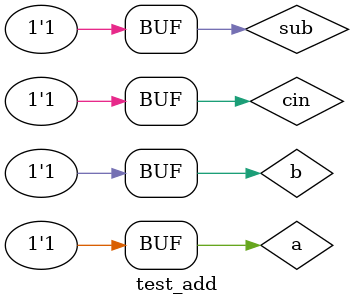
<source format=v>
module test_add;
   reg a, b, cin, sub;
   wire s, cout;

   add test_add(a, b, cin, sub, s, cout);

   initial
     begin
	a = 0;
	b = 0;
	cin = 0;
	sub = 0;
	#5;
	a = 1;
	b = 0;
	cin = 0;
	sub = 0;
	#5;
	a = 0;
	b = 1;
	cin = 0;
	sub = 0;
	#5;
	a = 1;
	b = 1;
	cin = 0;
	sub = 0;
	#5;
	a = 0;
	b = 0;
	cin = 1;
	sub = 0;
	#5;
	a = 1;
	b = 0;
	cin = 1;
	sub = 0;
	#5;
	a = 0;
	b = 1;
	cin = 1;
	sub = 0;
	#5;
	a = 1;
	b = 1;
	cin = 1;
	sub = 0;
	#5;
	a = 0;
	b = 0;
	cin = 0;
	sub = 1;
	#5;
	a = 1;
	b = 0;
	cin = 0;
	sub = 1;
	#5;
	a = 0;
	b = 1;
	cin = 0;
	sub = 1;
	#5;
	a = 1;
	b = 1;
	cin = 0;
	sub = 1;
	#5;
	a = 0;
	b = 0;
	cin = 1;
	sub = 1;
	#5;
	a = 1;
	b = 0;
	cin = 1;
	sub = 1;
	#5;
	a = 0;
	b = 1;
	cin = 1;
	sub = 1;
	#5;
	a = 1;
	b = 1;
	cin = 1;
	sub = 1;
     end // initial begin
   initial
     begin
	$dumpfile("signal_add.vcd");
	$dumpvars;
     end

   initial
     begin
	$display("\t\ttime,\ta,\tb, \tcin, \tsub,\ts,\tcout");
	$monitor("%d \t%b \t%b \t%b \t%b \t%b \t%b", $time, a, b, cin, sub, s, cout);
     end
endmodule // test

</source>
